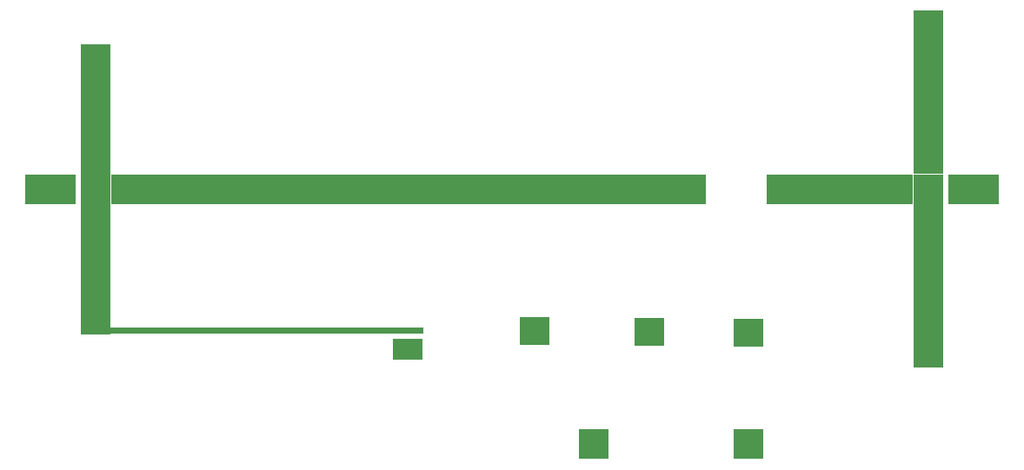
<source format=gbr>
G04 ===== Begin FILE IDENTIFICATION =====*
G04 File Format:  Gerber RS274X*
G04 ===== End FILE IDENTIFICATION =====*
%FSLAX25Y25*%
%MOIN*%
%SFA1.0B1.0*%
%OFA0.0B0.0*%
%ADD14R,0.113780X0.627559*%
%ADD15R,0.196850X0.113780*%
%ADD16R,0.562992X0.113780*%
%ADD17R,2.283465X0.113780*%
%ADD18R,0.113780X0.499213*%
%ADD19R,0.117551X0.080496*%
%ADD20R,0.117551X0.108055*%
%ADD21R,0.115953X0.106945*%
%ADD22R,0.117551X0.111992*%
%LNcond*%
%IPPOS*%
%LPD*%
G75*
D14*
X456122Y35098D03*
Y-39035D03*
G36*
G01X450433Y3720D02*
G01Y-7657D01*
G01X461811D01*
G01Y3720D01*
G01X450433D01*
G37*
D15*
X473622Y-1969D03*
D16*
X422283D03*
D17*
X256741Y-1988D03*
D18*
X136879Y28661D03*
Y-32638D03*
G36*
G01X131190Y3701D02*
G01Y-7677D01*
G01X142568D01*
G01Y3701D01*
G01X131190D01*
G37*
D15*
X119379Y-1988D03*
D19*
X256665Y-63298D03*
G36*
G01X142520Y-57579D02*
G01X262598D01*
G01Y-55020D01*
G01X142520D01*
G01Y-57579D01*
G37*
D20*
X305262Y-56454D03*
X349138Y-56772D03*
D21*
X387061Y-56981D03*
D22*
X387031Y-99624D03*
X327930Y-99870D03*
M02*


</source>
